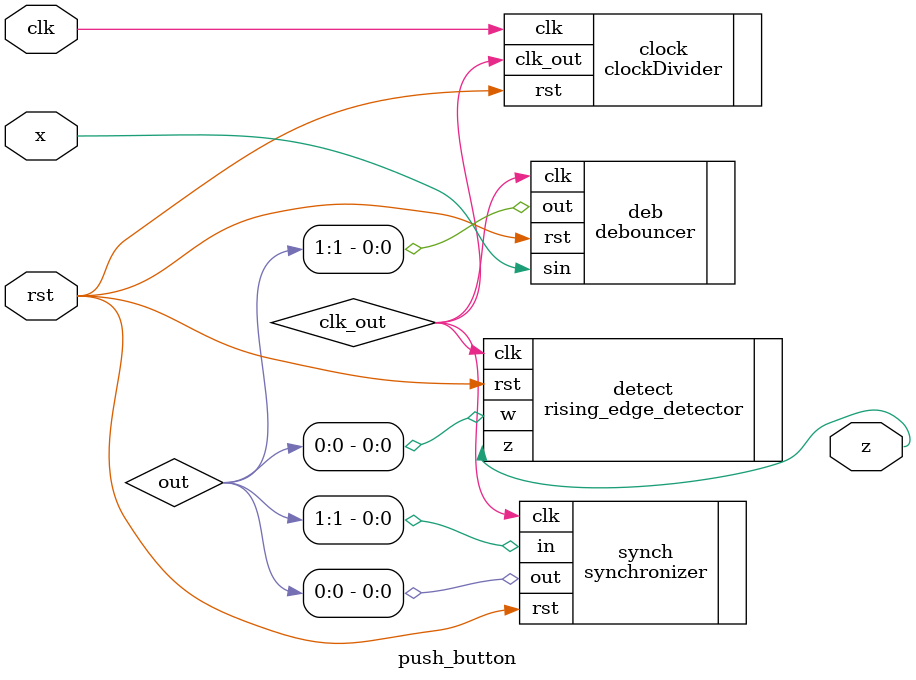
<source format=v>
`timescale 1ns / 1ps


module push_button(
input clk,
input rst,
input x,
output z
);
    
    wire clk_out;
    wire [1:0] out;
    clockDivider #(2500000) clock (.clk(clk), .rst(rst),  .clk_out(clk_out));
    debouncer deb(.clk(clk_out),.rst(rst),.sin(x), .out(out[1]));
    synchronizer synch(  .clk(clk_out), .rst(rst), .in(out[1]), .out(out[0]));
    rising_edge_detector detect( .clk(clk_out), .rst(rst), .w(out[0]), .z(z));
endmodule

</source>
